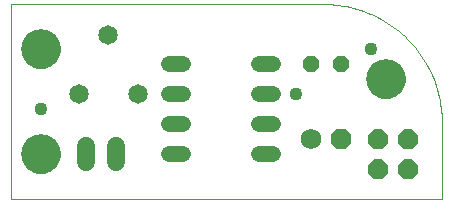
<source format=gts>
G75*
%MOIN*%
%OFA0B0*%
%FSLAX24Y24*%
%IPPOS*%
%LPD*%
%AMOC8*
5,1,8,0,0,1.08239X$1,22.5*
%
%ADD10C,0.0000*%
%ADD11C,0.1320*%
%ADD12OC8,0.0690*%
%ADD13C,0.0690*%
%ADD14OC8,0.0540*%
%ADD15C,0.0600*%
%ADD16C,0.0540*%
%ADD17C,0.0651*%
%ADD18OC8,0.0660*%
%ADD19C,0.0436*%
D10*
X000680Y000680D02*
X000680Y007176D01*
X011113Y007176D01*
X012550Y004680D02*
X012552Y004730D01*
X012558Y004780D01*
X012568Y004829D01*
X012582Y004877D01*
X012599Y004924D01*
X012620Y004969D01*
X012645Y005013D01*
X012673Y005054D01*
X012705Y005093D01*
X012739Y005130D01*
X012776Y005164D01*
X012816Y005194D01*
X012858Y005221D01*
X012902Y005245D01*
X012948Y005266D01*
X012995Y005282D01*
X013043Y005295D01*
X013093Y005304D01*
X013142Y005309D01*
X013193Y005310D01*
X013243Y005307D01*
X013292Y005300D01*
X013341Y005289D01*
X013389Y005274D01*
X013435Y005256D01*
X013480Y005234D01*
X013523Y005208D01*
X013564Y005179D01*
X013603Y005147D01*
X013639Y005112D01*
X013671Y005074D01*
X013701Y005034D01*
X013728Y004991D01*
X013751Y004947D01*
X013770Y004901D01*
X013786Y004853D01*
X013798Y004804D01*
X013806Y004755D01*
X013810Y004705D01*
X013810Y004655D01*
X013806Y004605D01*
X013798Y004556D01*
X013786Y004507D01*
X013770Y004459D01*
X013751Y004413D01*
X013728Y004369D01*
X013701Y004326D01*
X013671Y004286D01*
X013639Y004248D01*
X013603Y004213D01*
X013564Y004181D01*
X013523Y004152D01*
X013480Y004126D01*
X013435Y004104D01*
X013389Y004086D01*
X013341Y004071D01*
X013292Y004060D01*
X013243Y004053D01*
X013193Y004050D01*
X013142Y004051D01*
X013093Y004056D01*
X013043Y004065D01*
X012995Y004078D01*
X012948Y004094D01*
X012902Y004115D01*
X012858Y004139D01*
X012816Y004166D01*
X012776Y004196D01*
X012739Y004230D01*
X012705Y004267D01*
X012673Y004306D01*
X012645Y004347D01*
X012620Y004391D01*
X012599Y004436D01*
X012582Y004483D01*
X012568Y004531D01*
X012558Y004580D01*
X012552Y004630D01*
X012550Y004680D01*
X011113Y007176D02*
X011237Y007174D01*
X011360Y007168D01*
X011484Y007159D01*
X011606Y007145D01*
X011729Y007128D01*
X011851Y007106D01*
X011972Y007081D01*
X012092Y007052D01*
X012211Y007020D01*
X012330Y006983D01*
X012447Y006943D01*
X012562Y006900D01*
X012677Y006852D01*
X012789Y006801D01*
X012900Y006747D01*
X013010Y006689D01*
X013117Y006628D01*
X013223Y006563D01*
X013326Y006495D01*
X013427Y006424D01*
X013526Y006350D01*
X013623Y006273D01*
X013717Y006192D01*
X013808Y006109D01*
X013897Y006023D01*
X013983Y005934D01*
X014066Y005843D01*
X014147Y005749D01*
X014224Y005652D01*
X014298Y005553D01*
X014369Y005452D01*
X014437Y005349D01*
X014502Y005243D01*
X014563Y005136D01*
X014621Y005026D01*
X014675Y004915D01*
X014726Y004803D01*
X014774Y004688D01*
X014817Y004573D01*
X014857Y004456D01*
X014894Y004337D01*
X014926Y004218D01*
X014955Y004098D01*
X014980Y003977D01*
X015002Y003855D01*
X015019Y003732D01*
X015033Y003610D01*
X015042Y003486D01*
X015048Y003363D01*
X015050Y003239D01*
X015050Y000680D01*
X000680Y000680D01*
X001050Y002180D02*
X001052Y002230D01*
X001058Y002280D01*
X001068Y002329D01*
X001082Y002377D01*
X001099Y002424D01*
X001120Y002469D01*
X001145Y002513D01*
X001173Y002554D01*
X001205Y002593D01*
X001239Y002630D01*
X001276Y002664D01*
X001316Y002694D01*
X001358Y002721D01*
X001402Y002745D01*
X001448Y002766D01*
X001495Y002782D01*
X001543Y002795D01*
X001593Y002804D01*
X001642Y002809D01*
X001693Y002810D01*
X001743Y002807D01*
X001792Y002800D01*
X001841Y002789D01*
X001889Y002774D01*
X001935Y002756D01*
X001980Y002734D01*
X002023Y002708D01*
X002064Y002679D01*
X002103Y002647D01*
X002139Y002612D01*
X002171Y002574D01*
X002201Y002534D01*
X002228Y002491D01*
X002251Y002447D01*
X002270Y002401D01*
X002286Y002353D01*
X002298Y002304D01*
X002306Y002255D01*
X002310Y002205D01*
X002310Y002155D01*
X002306Y002105D01*
X002298Y002056D01*
X002286Y002007D01*
X002270Y001959D01*
X002251Y001913D01*
X002228Y001869D01*
X002201Y001826D01*
X002171Y001786D01*
X002139Y001748D01*
X002103Y001713D01*
X002064Y001681D01*
X002023Y001652D01*
X001980Y001626D01*
X001935Y001604D01*
X001889Y001586D01*
X001841Y001571D01*
X001792Y001560D01*
X001743Y001553D01*
X001693Y001550D01*
X001642Y001551D01*
X001593Y001556D01*
X001543Y001565D01*
X001495Y001578D01*
X001448Y001594D01*
X001402Y001615D01*
X001358Y001639D01*
X001316Y001666D01*
X001276Y001696D01*
X001239Y001730D01*
X001205Y001767D01*
X001173Y001806D01*
X001145Y001847D01*
X001120Y001891D01*
X001099Y001936D01*
X001082Y001983D01*
X001068Y002031D01*
X001058Y002080D01*
X001052Y002130D01*
X001050Y002180D01*
X001050Y005680D02*
X001052Y005730D01*
X001058Y005780D01*
X001068Y005829D01*
X001082Y005877D01*
X001099Y005924D01*
X001120Y005969D01*
X001145Y006013D01*
X001173Y006054D01*
X001205Y006093D01*
X001239Y006130D01*
X001276Y006164D01*
X001316Y006194D01*
X001358Y006221D01*
X001402Y006245D01*
X001448Y006266D01*
X001495Y006282D01*
X001543Y006295D01*
X001593Y006304D01*
X001642Y006309D01*
X001693Y006310D01*
X001743Y006307D01*
X001792Y006300D01*
X001841Y006289D01*
X001889Y006274D01*
X001935Y006256D01*
X001980Y006234D01*
X002023Y006208D01*
X002064Y006179D01*
X002103Y006147D01*
X002139Y006112D01*
X002171Y006074D01*
X002201Y006034D01*
X002228Y005991D01*
X002251Y005947D01*
X002270Y005901D01*
X002286Y005853D01*
X002298Y005804D01*
X002306Y005755D01*
X002310Y005705D01*
X002310Y005655D01*
X002306Y005605D01*
X002298Y005556D01*
X002286Y005507D01*
X002270Y005459D01*
X002251Y005413D01*
X002228Y005369D01*
X002201Y005326D01*
X002171Y005286D01*
X002139Y005248D01*
X002103Y005213D01*
X002064Y005181D01*
X002023Y005152D01*
X001980Y005126D01*
X001935Y005104D01*
X001889Y005086D01*
X001841Y005071D01*
X001792Y005060D01*
X001743Y005053D01*
X001693Y005050D01*
X001642Y005051D01*
X001593Y005056D01*
X001543Y005065D01*
X001495Y005078D01*
X001448Y005094D01*
X001402Y005115D01*
X001358Y005139D01*
X001316Y005166D01*
X001276Y005196D01*
X001239Y005230D01*
X001205Y005267D01*
X001173Y005306D01*
X001145Y005347D01*
X001120Y005391D01*
X001099Y005436D01*
X001082Y005483D01*
X001068Y005531D01*
X001058Y005580D01*
X001052Y005630D01*
X001050Y005680D01*
D11*
X001680Y005680D03*
X001680Y002180D03*
X013180Y004680D03*
D12*
X011680Y002680D03*
D13*
X010680Y002680D03*
D14*
X010680Y005180D03*
X011680Y005180D03*
D15*
X004180Y002450D02*
X004180Y001910D01*
X003180Y001910D02*
X003180Y002450D01*
D16*
X005940Y002180D02*
X006420Y002180D01*
X006420Y003180D02*
X005940Y003180D01*
X005940Y004180D02*
X006420Y004180D01*
X006420Y005180D02*
X005940Y005180D01*
X008940Y005180D02*
X009420Y005180D01*
X009420Y004180D02*
X008940Y004180D01*
X008940Y003180D02*
X009420Y003180D01*
X009420Y002180D02*
X008940Y002180D01*
D17*
X004914Y004196D03*
X002946Y004196D03*
X003930Y006164D03*
D18*
X012930Y002680D03*
X013930Y002680D03*
X013930Y001680D03*
X012930Y001680D03*
D19*
X010180Y004180D03*
X012680Y005680D03*
X001680Y003680D03*
M02*

</source>
